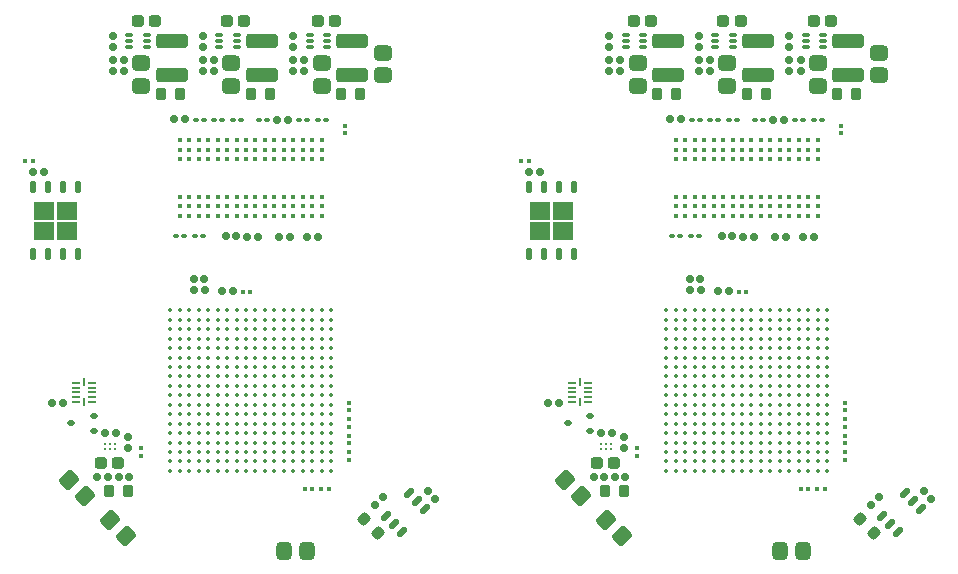
<source format=gbr>
G04*
G04 #@! TF.GenerationSoftware,Altium Limited,Altium Designer,22.4.2 (48)*
G04*
G04 Layer_Color=8421504*
%FSAX24Y24*%
%MOIN*%
G70*
G04*
G04 #@! TF.SameCoordinates,804BE6BC-564E-48D7-BD21-CB3B51F5BFA5*
G04*
G04*
G04 #@! TF.FilePolarity,Positive*
G04*
G01*
G75*
%ADD15C,0.0110*%
G04:AMPARAMS|DCode=16|XSize=39.4mil|YSize=35.4mil|CornerRadius=8.9mil|HoleSize=0mil|Usage=FLASHONLY|Rotation=90.000|XOffset=0mil|YOffset=0mil|HoleType=Round|Shape=RoundedRectangle|*
%AMROUNDEDRECTD16*
21,1,0.0394,0.0177,0,0,90.0*
21,1,0.0217,0.0354,0,0,90.0*
1,1,0.0177,0.0089,0.0108*
1,1,0.0177,0.0089,-0.0108*
1,1,0.0177,-0.0089,-0.0108*
1,1,0.0177,-0.0089,0.0108*
%
%ADD16ROUNDEDRECTD16*%
G04:AMPARAMS|DCode=17|XSize=39.4mil|YSize=35.4mil|CornerRadius=8.9mil|HoleSize=0mil|Usage=FLASHONLY|Rotation=225.000|XOffset=0mil|YOffset=0mil|HoleType=Round|Shape=RoundedRectangle|*
%AMROUNDEDRECTD17*
21,1,0.0394,0.0177,0,0,225.0*
21,1,0.0217,0.0354,0,0,225.0*
1,1,0.0177,-0.0139,-0.0014*
1,1,0.0177,0.0014,0.0139*
1,1,0.0177,0.0139,0.0014*
1,1,0.0177,-0.0014,-0.0139*
%
%ADD17ROUNDEDRECTD17*%
G04:AMPARAMS|DCode=18|XSize=107.1mil|YSize=48.4mil|CornerRadius=12.1mil|HoleSize=0mil|Usage=FLASHONLY|Rotation=0.000|XOffset=0mil|YOffset=0mil|HoleType=Round|Shape=RoundedRectangle|*
%AMROUNDEDRECTD18*
21,1,0.1071,0.0242,0,0,0.0*
21,1,0.0829,0.0484,0,0,0.0*
1,1,0.0242,0.0414,-0.0121*
1,1,0.0242,-0.0414,-0.0121*
1,1,0.0242,-0.0414,0.0121*
1,1,0.0242,0.0414,0.0121*
%
%ADD18ROUNDEDRECTD18*%
G04:AMPARAMS|DCode=19|XSize=59.1mil|YSize=51.2mil|CornerRadius=12.8mil|HoleSize=0mil|Usage=FLASHONLY|Rotation=0.000|XOffset=0mil|YOffset=0mil|HoleType=Round|Shape=RoundedRectangle|*
%AMROUNDEDRECTD19*
21,1,0.0591,0.0256,0,0,0.0*
21,1,0.0335,0.0512,0,0,0.0*
1,1,0.0256,0.0167,-0.0128*
1,1,0.0256,-0.0167,-0.0128*
1,1,0.0256,-0.0167,0.0128*
1,1,0.0256,0.0167,0.0128*
%
%ADD19ROUNDEDRECTD19*%
G04:AMPARAMS|DCode=20|XSize=37.4mil|YSize=41.3mil|CornerRadius=9.4mil|HoleSize=0mil|Usage=FLASHONLY|Rotation=270.000|XOffset=0mil|YOffset=0mil|HoleType=Round|Shape=RoundedRectangle|*
%AMROUNDEDRECTD20*
21,1,0.0374,0.0226,0,0,270.0*
21,1,0.0187,0.0413,0,0,270.0*
1,1,0.0187,-0.0113,-0.0094*
1,1,0.0187,-0.0113,0.0094*
1,1,0.0187,0.0113,0.0094*
1,1,0.0187,0.0113,-0.0094*
%
%ADD20ROUNDEDRECTD20*%
G04:AMPARAMS|DCode=21|XSize=59.1mil|YSize=51.2mil|CornerRadius=12.8mil|HoleSize=0mil|Usage=FLASHONLY|Rotation=45.000|XOffset=0mil|YOffset=0mil|HoleType=Round|Shape=RoundedRectangle|*
%AMROUNDEDRECTD21*
21,1,0.0591,0.0256,0,0,45.0*
21,1,0.0335,0.0512,0,0,45.0*
1,1,0.0256,0.0209,0.0028*
1,1,0.0256,-0.0028,-0.0209*
1,1,0.0256,-0.0209,-0.0028*
1,1,0.0256,0.0028,0.0209*
%
%ADD21ROUNDEDRECTD21*%
G04:AMPARAMS|DCode=22|XSize=59.1mil|YSize=51.2mil|CornerRadius=12.8mil|HoleSize=0mil|Usage=FLASHONLY|Rotation=90.000|XOffset=0mil|YOffset=0mil|HoleType=Round|Shape=RoundedRectangle|*
%AMROUNDEDRECTD22*
21,1,0.0591,0.0256,0,0,90.0*
21,1,0.0335,0.0512,0,0,90.0*
1,1,0.0256,0.0128,0.0167*
1,1,0.0256,0.0128,-0.0167*
1,1,0.0256,-0.0128,-0.0167*
1,1,0.0256,-0.0128,0.0167*
%
%ADD22ROUNDEDRECTD22*%
G04:AMPARAMS|DCode=23|XSize=23.6mil|YSize=23.6mil|CornerRadius=5.9mil|HoleSize=0mil|Usage=FLASHONLY|Rotation=270.000|XOffset=0mil|YOffset=0mil|HoleType=Round|Shape=RoundedRectangle|*
%AMROUNDEDRECTD23*
21,1,0.0236,0.0118,0,0,270.0*
21,1,0.0118,0.0236,0,0,270.0*
1,1,0.0118,-0.0059,-0.0059*
1,1,0.0118,-0.0059,0.0059*
1,1,0.0118,0.0059,0.0059*
1,1,0.0118,0.0059,-0.0059*
%
%ADD23ROUNDEDRECTD23*%
G04:AMPARAMS|DCode=24|XSize=23.6mil|YSize=23.6mil|CornerRadius=5.9mil|HoleSize=0mil|Usage=FLASHONLY|Rotation=0.000|XOffset=0mil|YOffset=0mil|HoleType=Round|Shape=RoundedRectangle|*
%AMROUNDEDRECTD24*
21,1,0.0236,0.0118,0,0,0.0*
21,1,0.0118,0.0236,0,0,0.0*
1,1,0.0118,0.0059,-0.0059*
1,1,0.0118,-0.0059,-0.0059*
1,1,0.0118,-0.0059,0.0059*
1,1,0.0118,0.0059,0.0059*
%
%ADD24ROUNDEDRECTD24*%
G04:AMPARAMS|DCode=25|XSize=25.2mil|YSize=25.2mil|CornerRadius=6.3mil|HoleSize=0mil|Usage=FLASHONLY|Rotation=0.000|XOffset=0mil|YOffset=0mil|HoleType=Round|Shape=RoundedRectangle|*
%AMROUNDEDRECTD25*
21,1,0.0252,0.0126,0,0,0.0*
21,1,0.0126,0.0252,0,0,0.0*
1,1,0.0126,0.0063,-0.0063*
1,1,0.0126,-0.0063,-0.0063*
1,1,0.0126,-0.0063,0.0063*
1,1,0.0126,0.0063,0.0063*
%
%ADD25ROUNDEDRECTD25*%
G04:AMPARAMS|DCode=26|XSize=25.2mil|YSize=25.2mil|CornerRadius=6.3mil|HoleSize=0mil|Usage=FLASHONLY|Rotation=270.000|XOffset=0mil|YOffset=0mil|HoleType=Round|Shape=RoundedRectangle|*
%AMROUNDEDRECTD26*
21,1,0.0252,0.0126,0,0,270.0*
21,1,0.0126,0.0252,0,0,270.0*
1,1,0.0126,-0.0063,-0.0063*
1,1,0.0126,-0.0063,0.0063*
1,1,0.0126,0.0063,0.0063*
1,1,0.0126,0.0063,-0.0063*
%
%ADD26ROUNDEDRECTD26*%
G04:AMPARAMS|DCode=27|XSize=25.2mil|YSize=25.2mil|CornerRadius=6.3mil|HoleSize=0mil|Usage=FLASHONLY|Rotation=315.000|XOffset=0mil|YOffset=0mil|HoleType=Round|Shape=RoundedRectangle|*
%AMROUNDEDRECTD27*
21,1,0.0252,0.0126,0,0,315.0*
21,1,0.0126,0.0252,0,0,315.0*
1,1,0.0126,0.0000,-0.0089*
1,1,0.0126,-0.0089,0.0000*
1,1,0.0126,0.0000,0.0089*
1,1,0.0126,0.0089,0.0000*
%
%ADD27ROUNDEDRECTD27*%
G04:AMPARAMS|DCode=28|XSize=25.2mil|YSize=25.2mil|CornerRadius=6.3mil|HoleSize=0mil|Usage=FLASHONLY|Rotation=225.000|XOffset=0mil|YOffset=0mil|HoleType=Round|Shape=RoundedRectangle|*
%AMROUNDEDRECTD28*
21,1,0.0252,0.0126,0,0,225.0*
21,1,0.0126,0.0252,0,0,225.0*
1,1,0.0126,-0.0089,0.0000*
1,1,0.0126,0.0000,0.0089*
1,1,0.0126,0.0089,0.0000*
1,1,0.0126,0.0000,-0.0089*
%
%ADD28ROUNDEDRECTD28*%
G04:AMPARAMS|DCode=29|XSize=13.8mil|YSize=15.7mil|CornerRadius=3.4mil|HoleSize=0mil|Usage=FLASHONLY|Rotation=270.000|XOffset=0mil|YOffset=0mil|HoleType=Round|Shape=RoundedRectangle|*
%AMROUNDEDRECTD29*
21,1,0.0138,0.0089,0,0,270.0*
21,1,0.0069,0.0157,0,0,270.0*
1,1,0.0069,-0.0044,-0.0034*
1,1,0.0069,-0.0044,0.0034*
1,1,0.0069,0.0044,0.0034*
1,1,0.0069,0.0044,-0.0034*
%
%ADD29ROUNDEDRECTD29*%
G04:AMPARAMS|DCode=30|XSize=13.8mil|YSize=15.7mil|CornerRadius=3.4mil|HoleSize=0mil|Usage=FLASHONLY|Rotation=180.000|XOffset=0mil|YOffset=0mil|HoleType=Round|Shape=RoundedRectangle|*
%AMROUNDEDRECTD30*
21,1,0.0138,0.0089,0,0,180.0*
21,1,0.0069,0.0157,0,0,180.0*
1,1,0.0069,-0.0034,0.0044*
1,1,0.0069,0.0034,0.0044*
1,1,0.0069,0.0034,-0.0044*
1,1,0.0069,-0.0034,-0.0044*
%
%ADD30ROUNDEDRECTD30*%
G04:AMPARAMS|DCode=31|XSize=16.5mil|YSize=18.1mil|CornerRadius=4.1mil|HoleSize=0mil|Usage=FLASHONLY|Rotation=270.000|XOffset=0mil|YOffset=0mil|HoleType=Round|Shape=RoundedRectangle|*
%AMROUNDEDRECTD31*
21,1,0.0165,0.0098,0,0,270.0*
21,1,0.0083,0.0181,0,0,270.0*
1,1,0.0083,-0.0049,-0.0041*
1,1,0.0083,-0.0049,0.0041*
1,1,0.0083,0.0049,0.0041*
1,1,0.0083,0.0049,-0.0041*
%
%ADD31ROUNDEDRECTD31*%
G04:AMPARAMS|DCode=32|XSize=11.8mil|YSize=26.4mil|CornerRadius=3mil|HoleSize=0mil|Usage=FLASHONLY|Rotation=270.000|XOffset=0mil|YOffset=0mil|HoleType=Round|Shape=RoundedRectangle|*
%AMROUNDEDRECTD32*
21,1,0.0118,0.0205,0,0,270.0*
21,1,0.0059,0.0264,0,0,270.0*
1,1,0.0059,-0.0102,-0.0030*
1,1,0.0059,-0.0102,0.0030*
1,1,0.0059,0.0102,0.0030*
1,1,0.0059,0.0102,-0.0030*
%
%ADD32ROUNDEDRECTD32*%
%ADD33C,0.0157*%
%ADD34C,0.0138*%
G04:AMPARAMS|DCode=35|XSize=21.7mil|YSize=39.4mil|CornerRadius=5.4mil|HoleSize=0mil|Usage=FLASHONLY|Rotation=135.000|XOffset=0mil|YOffset=0mil|HoleType=Round|Shape=RoundedRectangle|*
%AMROUNDEDRECTD35*
21,1,0.0217,0.0285,0,0,135.0*
21,1,0.0108,0.0394,0,0,135.0*
1,1,0.0108,0.0063,0.0139*
1,1,0.0108,0.0139,0.0063*
1,1,0.0108,-0.0063,-0.0139*
1,1,0.0108,-0.0139,-0.0063*
%
%ADD35ROUNDEDRECTD35*%
G04:AMPARAMS|DCode=36|XSize=18.5mil|YSize=23.6mil|CornerRadius=4.6mil|HoleSize=0mil|Usage=FLASHONLY|Rotation=90.000|XOffset=0mil|YOffset=0mil|HoleType=Round|Shape=RoundedRectangle|*
%AMROUNDEDRECTD36*
21,1,0.0185,0.0144,0,0,90.0*
21,1,0.0093,0.0236,0,0,90.0*
1,1,0.0093,0.0072,0.0046*
1,1,0.0093,0.0072,-0.0046*
1,1,0.0093,-0.0072,-0.0046*
1,1,0.0093,-0.0072,0.0046*
%
%ADD36ROUNDEDRECTD36*%
G04:AMPARAMS|DCode=37|XSize=7.9mil|YSize=27.6mil|CornerRadius=2mil|HoleSize=0mil|Usage=FLASHONLY|Rotation=180.000|XOffset=0mil|YOffset=0mil|HoleType=Round|Shape=RoundedRectangle|*
%AMROUNDEDRECTD37*
21,1,0.0079,0.0236,0,0,180.0*
21,1,0.0039,0.0276,0,0,180.0*
1,1,0.0039,-0.0020,0.0118*
1,1,0.0039,0.0020,0.0118*
1,1,0.0039,0.0020,-0.0118*
1,1,0.0039,-0.0020,-0.0118*
%
%ADD37ROUNDEDRECTD37*%
G04:AMPARAMS|DCode=38|XSize=7.9mil|YSize=27.6mil|CornerRadius=2mil|HoleSize=0mil|Usage=FLASHONLY|Rotation=270.000|XOffset=0mil|YOffset=0mil|HoleType=Round|Shape=RoundedRectangle|*
%AMROUNDEDRECTD38*
21,1,0.0079,0.0236,0,0,270.0*
21,1,0.0039,0.0276,0,0,270.0*
1,1,0.0039,-0.0118,-0.0020*
1,1,0.0039,-0.0118,0.0020*
1,1,0.0039,0.0118,0.0020*
1,1,0.0039,0.0118,-0.0020*
%
%ADD38ROUNDEDRECTD38*%
G04:AMPARAMS|DCode=39|XSize=17.7mil|YSize=41.3mil|CornerRadius=4.4mil|HoleSize=0mil|Usage=FLASHONLY|Rotation=180.000|XOffset=0mil|YOffset=0mil|HoleType=Round|Shape=RoundedRectangle|*
%AMROUNDEDRECTD39*
21,1,0.0177,0.0325,0,0,180.0*
21,1,0.0089,0.0413,0,0,180.0*
1,1,0.0089,-0.0044,0.0162*
1,1,0.0089,0.0044,0.0162*
1,1,0.0089,0.0044,-0.0162*
1,1,0.0089,-0.0044,-0.0162*
%
%ADD39ROUNDEDRECTD39*%
%ADD60R,0.0709X0.0591*%
%ADD61R,0.0709X0.0591*%
%ADD62R,0.0709X0.0591*%
%ADD63R,0.0709X0.0591*%
D15*
X007274Y008848D02*
D03*
Y008691D02*
D03*
X007116Y008848D02*
D03*
Y008691D02*
D03*
X006959Y008848D02*
D03*
Y008691D02*
D03*
X023809Y008848D02*
D03*
Y008691D02*
D03*
X023652Y008848D02*
D03*
Y008691D02*
D03*
X023494Y008848D02*
D03*
Y008691D02*
D03*
D16*
X008819Y020512D02*
D03*
X009449D02*
D03*
X007077Y007274D02*
D03*
X007707D02*
D03*
X011811Y020512D02*
D03*
X012441D02*
D03*
X014823D02*
D03*
X015453D02*
D03*
X025354D02*
D03*
X025984D02*
D03*
X023612Y007274D02*
D03*
X024242D02*
D03*
X028346Y020512D02*
D03*
X028976D02*
D03*
X031358D02*
D03*
X031988D02*
D03*
D17*
X016040Y005899D02*
D03*
X015594Y006345D02*
D03*
X032575Y005899D02*
D03*
X032130Y006345D02*
D03*
D18*
X012185Y022278D02*
D03*
Y021148D02*
D03*
X009193Y022278D02*
D03*
Y021148D02*
D03*
X015197Y022278D02*
D03*
Y021148D02*
D03*
X028720Y022278D02*
D03*
Y021148D02*
D03*
X025728Y022278D02*
D03*
Y021148D02*
D03*
X031732Y022278D02*
D03*
Y021148D02*
D03*
D19*
X008169Y020797D02*
D03*
Y021545D02*
D03*
X011161Y020797D02*
D03*
Y021545D02*
D03*
X016220Y021152D02*
D03*
Y021900D02*
D03*
X014173Y020797D02*
D03*
Y021545D02*
D03*
X024705Y020797D02*
D03*
Y021545D02*
D03*
X027697Y020797D02*
D03*
Y021545D02*
D03*
X032756Y021152D02*
D03*
Y021900D02*
D03*
X030709Y020797D02*
D03*
Y021545D02*
D03*
D20*
X007402Y008219D02*
D03*
X006831D02*
D03*
X014045Y022963D02*
D03*
X014616D02*
D03*
X011033Y022963D02*
D03*
X011604D02*
D03*
X008041D02*
D03*
X008612D02*
D03*
X023937Y008219D02*
D03*
X023366D02*
D03*
X030581Y022963D02*
D03*
X031152D02*
D03*
X027569Y022963D02*
D03*
X028140D02*
D03*
X024577D02*
D03*
X025148D02*
D03*
D21*
X006278Y007117D02*
D03*
X005749Y007646D02*
D03*
X007117Y006318D02*
D03*
X007646Y005789D02*
D03*
X022814Y007117D02*
D03*
X022285Y007646D02*
D03*
X023653Y006318D02*
D03*
X024182Y005789D02*
D03*
D22*
X013671Y005295D02*
D03*
X012923D02*
D03*
X030207D02*
D03*
X029459D02*
D03*
D23*
X007766Y007746D02*
D03*
X007411D02*
D03*
X007057D02*
D03*
X006703D02*
D03*
X009911Y014350D02*
D03*
X010266D02*
D03*
X011329Y015768D02*
D03*
X010974D02*
D03*
X010866Y013957D02*
D03*
X011220D02*
D03*
X012697Y019665D02*
D03*
X013051D02*
D03*
X024301Y007746D02*
D03*
X023947D02*
D03*
X023593D02*
D03*
X023238D02*
D03*
X026447Y014350D02*
D03*
X026801D02*
D03*
X027864Y015768D02*
D03*
X027510D02*
D03*
X027402Y013957D02*
D03*
X027756D02*
D03*
X029232Y019665D02*
D03*
X029587D02*
D03*
D24*
X007224Y022451D02*
D03*
Y022096D02*
D03*
Y021634D02*
D03*
Y021280D02*
D03*
X010217Y022451D02*
D03*
Y022096D02*
D03*
Y021634D02*
D03*
Y021280D02*
D03*
X013228Y022451D02*
D03*
Y022096D02*
D03*
X013228Y021634D02*
D03*
Y021280D02*
D03*
X023760Y022451D02*
D03*
Y022096D02*
D03*
Y021634D02*
D03*
Y021280D02*
D03*
X026752Y022451D02*
D03*
Y022096D02*
D03*
Y021634D02*
D03*
Y021280D02*
D03*
X029764Y022451D02*
D03*
Y022096D02*
D03*
X029764Y021634D02*
D03*
Y021280D02*
D03*
D25*
X007598Y021276D02*
D03*
Y021638D02*
D03*
X007707Y009079D02*
D03*
Y008717D02*
D03*
X010591Y021276D02*
D03*
Y021638D02*
D03*
X013602Y021276D02*
D03*
Y021638D02*
D03*
X024134Y021276D02*
D03*
Y021638D02*
D03*
X024242Y009079D02*
D03*
Y008717D02*
D03*
X027126Y021276D02*
D03*
Y021638D02*
D03*
X030138Y021276D02*
D03*
Y021638D02*
D03*
D26*
X006955Y009232D02*
D03*
X007317D02*
D03*
X010280Y013976D02*
D03*
X009917D02*
D03*
X013124Y015748D02*
D03*
X012762D02*
D03*
X012061D02*
D03*
X011699D02*
D03*
X013677D02*
D03*
X014039D02*
D03*
X009268Y019685D02*
D03*
X009630D02*
D03*
X004915Y017913D02*
D03*
X004553D02*
D03*
X005193Y010207D02*
D03*
X005555D02*
D03*
X023490Y009232D02*
D03*
X023852D02*
D03*
X026815Y013976D02*
D03*
X026453D02*
D03*
X029659Y015748D02*
D03*
X029297D02*
D03*
X028596D02*
D03*
X028234D02*
D03*
X030213D02*
D03*
X030575D02*
D03*
X025803Y019685D02*
D03*
X026165D02*
D03*
X021451Y017913D02*
D03*
X021089D02*
D03*
X021728Y010207D02*
D03*
X022091D02*
D03*
D27*
X015956Y006829D02*
D03*
X016212Y007085D02*
D03*
X032491Y006829D02*
D03*
X032747Y007085D02*
D03*
D28*
X017705Y007273D02*
D03*
X017961Y007017D02*
D03*
X034240Y007273D02*
D03*
X034496Y007017D02*
D03*
D29*
X011545Y013917D02*
D03*
X011801D02*
D03*
X004557Y018287D02*
D03*
X004301D02*
D03*
X013868Y007343D02*
D03*
X013612D02*
D03*
X014419D02*
D03*
X014163D02*
D03*
X028081Y013917D02*
D03*
X028337D02*
D03*
X021093Y018287D02*
D03*
X020837D02*
D03*
X030404Y007343D02*
D03*
X030148D02*
D03*
X030955D02*
D03*
X030699D02*
D03*
D30*
X014941Y019459D02*
D03*
Y019203D02*
D03*
X008150Y008711D02*
D03*
Y008455D02*
D03*
X015098Y008573D02*
D03*
Y008317D02*
D03*
Y009124D02*
D03*
Y008868D02*
D03*
Y010226D02*
D03*
Y009970D02*
D03*
Y009675D02*
D03*
Y009419D02*
D03*
X031476Y019459D02*
D03*
Y019203D02*
D03*
X024685Y008711D02*
D03*
Y008455D02*
D03*
X031634Y008573D02*
D03*
Y008317D02*
D03*
Y009124D02*
D03*
Y008868D02*
D03*
Y010226D02*
D03*
Y009970D02*
D03*
Y009675D02*
D03*
Y009419D02*
D03*
D31*
X014039Y019646D02*
D03*
X014307D02*
D03*
X013409D02*
D03*
X013677D02*
D03*
X009305Y015787D02*
D03*
X009573D02*
D03*
X009984Y019646D02*
D03*
X010252D02*
D03*
X012339D02*
D03*
X012071D02*
D03*
X011472D02*
D03*
X011205D02*
D03*
X010843D02*
D03*
X010575D02*
D03*
X009945Y015787D02*
D03*
X010213D02*
D03*
X030575Y019646D02*
D03*
X030843D02*
D03*
X029945D02*
D03*
X030213D02*
D03*
X025841Y015787D02*
D03*
X026108D02*
D03*
X026520Y019646D02*
D03*
X026787D02*
D03*
X028874D02*
D03*
X028606D02*
D03*
X028008D02*
D03*
X027740D02*
D03*
X027378D02*
D03*
X027110D02*
D03*
X026480Y015787D02*
D03*
X026748D02*
D03*
D32*
X014356Y022274D02*
D03*
Y022470D02*
D03*
Y022077D02*
D03*
X013774Y022274D02*
D03*
Y022470D02*
D03*
Y022077D02*
D03*
X011344Y022274D02*
D03*
Y022470D02*
D03*
Y022077D02*
D03*
X010762Y022274D02*
D03*
Y022470D02*
D03*
Y022077D02*
D03*
X008352Y022274D02*
D03*
Y022470D02*
D03*
Y022077D02*
D03*
X007770Y022274D02*
D03*
Y022470D02*
D03*
Y022077D02*
D03*
X030892Y022274D02*
D03*
Y022470D02*
D03*
Y022077D02*
D03*
X030309Y022274D02*
D03*
Y022470D02*
D03*
Y022077D02*
D03*
X027880Y022274D02*
D03*
Y022470D02*
D03*
Y022077D02*
D03*
X027297Y022274D02*
D03*
Y022470D02*
D03*
Y022077D02*
D03*
X024888Y022274D02*
D03*
Y022470D02*
D03*
Y022077D02*
D03*
X024305Y022274D02*
D03*
Y022470D02*
D03*
Y022077D02*
D03*
D33*
X013858Y018976D02*
D03*
X013543D02*
D03*
X014173D02*
D03*
X013543Y018661D02*
D03*
X013228Y018976D02*
D03*
X012913D02*
D03*
X013228Y018661D02*
D03*
X012913D02*
D03*
X014173D02*
D03*
X013858D02*
D03*
X014173Y018346D02*
D03*
X013858D02*
D03*
X013228D02*
D03*
X012913D02*
D03*
X013543D02*
D03*
X012598Y018976D02*
D03*
X012283D02*
D03*
Y018661D02*
D03*
X011969D02*
D03*
Y018976D02*
D03*
X011654D02*
D03*
Y018661D02*
D03*
X012598D02*
D03*
X011969Y018346D02*
D03*
X012598D02*
D03*
X012283D02*
D03*
X011654D02*
D03*
X014173Y017087D02*
D03*
X013543D02*
D03*
X013228D02*
D03*
X013858D02*
D03*
X013228Y016772D02*
D03*
X014173D02*
D03*
X013858D02*
D03*
X014173Y016457D02*
D03*
X013858D02*
D03*
X013543Y016772D02*
D03*
X013228Y016457D02*
D03*
X013543D02*
D03*
X012598Y017087D02*
D03*
X012283D02*
D03*
X012913D02*
D03*
X012283Y016772D02*
D03*
X011969Y017087D02*
D03*
X011654Y016772D02*
D03*
X011969D02*
D03*
X012913D02*
D03*
X012598D02*
D03*
X012913Y016457D02*
D03*
X012598D02*
D03*
X011969D02*
D03*
X011654D02*
D03*
X012283D02*
D03*
X011339Y018976D02*
D03*
X011024D02*
D03*
Y018661D02*
D03*
X010709D02*
D03*
Y018976D02*
D03*
X011339Y018661D02*
D03*
X011024Y018346D02*
D03*
X011654Y017087D02*
D03*
X011339Y018346D02*
D03*
X010709D02*
D03*
X010394D02*
D03*
Y018976D02*
D03*
X010079D02*
D03*
Y018661D02*
D03*
X009764D02*
D03*
Y018976D02*
D03*
X009449D02*
D03*
Y018661D02*
D03*
X010394D02*
D03*
X010079Y018346D02*
D03*
Y017087D02*
D03*
X009764D02*
D03*
Y018346D02*
D03*
X009449D02*
D03*
Y017087D02*
D03*
X011339D02*
D03*
X011024D02*
D03*
X011339Y016772D02*
D03*
X011024D02*
D03*
X010709Y017087D02*
D03*
X010394Y016772D02*
D03*
X010709D02*
D03*
Y016457D02*
D03*
X010394D02*
D03*
X011339D02*
D03*
X011024D02*
D03*
X010394Y017087D02*
D03*
X009449Y016772D02*
D03*
X010079D02*
D03*
X009764D02*
D03*
Y016457D02*
D03*
X009449D02*
D03*
X010079D02*
D03*
X030394Y018976D02*
D03*
X030079D02*
D03*
X030709D02*
D03*
X030079Y018661D02*
D03*
X029764Y018976D02*
D03*
X029449D02*
D03*
X029764Y018661D02*
D03*
X029449D02*
D03*
X030709D02*
D03*
X030394D02*
D03*
X030709Y018346D02*
D03*
X030394D02*
D03*
X029764D02*
D03*
X029449D02*
D03*
X030079D02*
D03*
X029134Y018976D02*
D03*
X028819D02*
D03*
Y018661D02*
D03*
X028504D02*
D03*
Y018976D02*
D03*
X028189D02*
D03*
Y018661D02*
D03*
X029134D02*
D03*
X028504Y018346D02*
D03*
X029134D02*
D03*
X028819D02*
D03*
X028189D02*
D03*
X030709Y017087D02*
D03*
X030079D02*
D03*
X029764D02*
D03*
X030394D02*
D03*
X029764Y016772D02*
D03*
X030709D02*
D03*
X030394D02*
D03*
X030709Y016457D02*
D03*
X030394D02*
D03*
X030079Y016772D02*
D03*
X029764Y016457D02*
D03*
X030079D02*
D03*
X029134Y017087D02*
D03*
X028819D02*
D03*
X029449D02*
D03*
X028819Y016772D02*
D03*
X028504Y017087D02*
D03*
X028189Y016772D02*
D03*
X028504D02*
D03*
X029449D02*
D03*
X029134D02*
D03*
X029449Y016457D02*
D03*
X029134D02*
D03*
X028504D02*
D03*
X028189D02*
D03*
X028819D02*
D03*
X027874Y018976D02*
D03*
X027559D02*
D03*
Y018661D02*
D03*
X027244D02*
D03*
Y018976D02*
D03*
X027874Y018661D02*
D03*
X027559Y018346D02*
D03*
X028189Y017087D02*
D03*
X027874Y018346D02*
D03*
X027244D02*
D03*
X026929D02*
D03*
Y018976D02*
D03*
X026614D02*
D03*
Y018661D02*
D03*
X026299D02*
D03*
Y018976D02*
D03*
X025984D02*
D03*
Y018661D02*
D03*
X026929D02*
D03*
X026614Y018346D02*
D03*
Y017087D02*
D03*
X026299D02*
D03*
Y018346D02*
D03*
X025984D02*
D03*
Y017087D02*
D03*
X027874D02*
D03*
X027559D02*
D03*
X027874Y016772D02*
D03*
X027559D02*
D03*
X027244Y017087D02*
D03*
X026929Y016772D02*
D03*
X027244D02*
D03*
Y016457D02*
D03*
X026929D02*
D03*
X027874D02*
D03*
X027559D02*
D03*
X026929Y017087D02*
D03*
X025984Y016772D02*
D03*
X026614D02*
D03*
X026299D02*
D03*
Y016457D02*
D03*
X025984D02*
D03*
X026614D02*
D03*
D34*
X014488Y012992D02*
D03*
Y013307D02*
D03*
Y012677D02*
D03*
X014173Y012992D02*
D03*
Y013307D02*
D03*
Y012677D02*
D03*
X014488Y012362D02*
D03*
X014173D02*
D03*
Y012047D02*
D03*
X013858Y012362D02*
D03*
Y012047D02*
D03*
Y013307D02*
D03*
X013543Y012992D02*
D03*
X013858D02*
D03*
X013543Y013307D02*
D03*
X013228Y012992D02*
D03*
Y012677D02*
D03*
X013858D02*
D03*
X013543Y012362D02*
D03*
Y012047D02*
D03*
Y012677D02*
D03*
X013228Y012362D02*
D03*
X014488Y011732D02*
D03*
Y012047D02*
D03*
Y011417D02*
D03*
X014173D02*
D03*
Y011732D02*
D03*
X013858Y011102D02*
D03*
X014488D02*
D03*
X014173Y010787D02*
D03*
X014488D02*
D03*
X014173Y011102D02*
D03*
X013858Y010787D02*
D03*
Y011732D02*
D03*
X013543D02*
D03*
Y011417D02*
D03*
X013228Y011732D02*
D03*
Y011417D02*
D03*
X013858D02*
D03*
X013543Y011102D02*
D03*
Y010787D02*
D03*
X013228Y011102D02*
D03*
Y010787D02*
D03*
Y013307D02*
D03*
X012913D02*
D03*
Y012992D02*
D03*
X012598D02*
D03*
Y013307D02*
D03*
Y012677D02*
D03*
X012913Y012362D02*
D03*
Y012677D02*
D03*
X013228Y012047D02*
D03*
X012598Y012362D02*
D03*
X012283Y012047D02*
D03*
Y013307D02*
D03*
X011969Y012992D02*
D03*
X012283D02*
D03*
X011969Y013307D02*
D03*
X011654D02*
D03*
Y012992D02*
D03*
X012283Y012677D02*
D03*
X011969Y012362D02*
D03*
X012283D02*
D03*
X011654Y012677D02*
D03*
X011969D02*
D03*
X012913Y011732D02*
D03*
Y012047D02*
D03*
Y011417D02*
D03*
X012598Y011732D02*
D03*
Y012047D02*
D03*
Y011417D02*
D03*
X012913Y011102D02*
D03*
X012598Y010787D02*
D03*
X012913D02*
D03*
X012598Y011102D02*
D03*
X012283Y010787D02*
D03*
Y011732D02*
D03*
X011969Y011417D02*
D03*
X012283D02*
D03*
X011969Y012047D02*
D03*
Y011732D02*
D03*
X012283Y011102D02*
D03*
X011969D02*
D03*
Y010787D02*
D03*
X011654Y011102D02*
D03*
X014488Y010157D02*
D03*
Y010472D02*
D03*
Y009843D02*
D03*
X014173D02*
D03*
Y010157D02*
D03*
Y009528D02*
D03*
X014488D02*
D03*
X014173Y009213D02*
D03*
Y010472D02*
D03*
X013858D02*
D03*
Y010157D02*
D03*
X013543D02*
D03*
Y010472D02*
D03*
Y009843D02*
D03*
X013858Y009528D02*
D03*
Y009843D02*
D03*
X013543Y009213D02*
D03*
Y009528D02*
D03*
X013228Y009213D02*
D03*
X014488Y008898D02*
D03*
Y009213D02*
D03*
Y008583D02*
D03*
X014173D02*
D03*
Y008898D02*
D03*
X013858Y008268D02*
D03*
X014488D02*
D03*
X014173Y007953D02*
D03*
X014488D02*
D03*
X014173Y008268D02*
D03*
X013858Y007953D02*
D03*
Y008898D02*
D03*
Y009213D02*
D03*
X013543Y008583D02*
D03*
X013228Y008898D02*
D03*
X013543D02*
D03*
X013858Y008583D02*
D03*
X013543Y008268D02*
D03*
Y007953D02*
D03*
X013228Y008268D02*
D03*
Y007953D02*
D03*
Y010472D02*
D03*
X012913Y010157D02*
D03*
X013228D02*
D03*
X012913Y010472D02*
D03*
X012598Y010157D02*
D03*
Y009843D02*
D03*
X013228D02*
D03*
X012913Y009528D02*
D03*
X013228D02*
D03*
X012913Y009843D02*
D03*
X012598Y009528D02*
D03*
Y010472D02*
D03*
X012283D02*
D03*
X011969Y010157D02*
D03*
Y010472D02*
D03*
X011654Y010157D02*
D03*
X012283Y009843D02*
D03*
Y010157D02*
D03*
Y009528D02*
D03*
X011969Y009843D02*
D03*
Y009528D02*
D03*
X012913Y008898D02*
D03*
Y009213D02*
D03*
Y008583D02*
D03*
X012598Y008898D02*
D03*
Y009213D02*
D03*
Y008583D02*
D03*
X013228D02*
D03*
X012913Y008268D02*
D03*
Y007953D02*
D03*
X012598Y008268D02*
D03*
Y007953D02*
D03*
X012283Y008898D02*
D03*
Y009213D02*
D03*
X011969Y008583D02*
D03*
Y009213D02*
D03*
Y008898D02*
D03*
X012283Y008268D02*
D03*
Y008583D02*
D03*
Y007953D02*
D03*
X011969Y008268D02*
D03*
Y007953D02*
D03*
X011339Y012992D02*
D03*
Y013307D02*
D03*
Y012677D02*
D03*
X011024Y012992D02*
D03*
Y013307D02*
D03*
Y012677D02*
D03*
X011654Y012362D02*
D03*
X011339D02*
D03*
Y012047D02*
D03*
X011024Y012362D02*
D03*
Y012047D02*
D03*
X010709Y013307D02*
D03*
X010394Y012992D02*
D03*
X010709D02*
D03*
Y012362D02*
D03*
Y012677D02*
D03*
Y012047D02*
D03*
X010394Y012362D02*
D03*
Y012047D02*
D03*
X011654Y011732D02*
D03*
Y012047D02*
D03*
Y011417D02*
D03*
X011339D02*
D03*
Y011732D02*
D03*
Y011102D02*
D03*
X011654Y010787D02*
D03*
X011339D02*
D03*
Y010472D02*
D03*
X011024Y010787D02*
D03*
Y010472D02*
D03*
Y011732D02*
D03*
X010709Y011417D02*
D03*
X011024D02*
D03*
X010709Y011732D02*
D03*
X010394Y011417D02*
D03*
X011024Y011102D02*
D03*
X010709D02*
D03*
Y010787D02*
D03*
X010394Y011102D02*
D03*
Y010787D02*
D03*
Y013307D02*
D03*
X010079Y012992D02*
D03*
Y012677D02*
D03*
Y013307D02*
D03*
X009764Y012992D02*
D03*
Y012677D02*
D03*
X010394D02*
D03*
X010079Y012362D02*
D03*
Y012047D02*
D03*
X009764Y012362D02*
D03*
Y012047D02*
D03*
Y013307D02*
D03*
X009449D02*
D03*
Y012992D02*
D03*
X009134D02*
D03*
Y013307D02*
D03*
Y012677D02*
D03*
X009449Y012362D02*
D03*
Y012677D02*
D03*
Y012047D02*
D03*
X009134Y012362D02*
D03*
Y012047D02*
D03*
X010394Y011732D02*
D03*
X010079Y011417D02*
D03*
Y011102D02*
D03*
Y011732D02*
D03*
X009764Y011417D02*
D03*
Y011102D02*
D03*
X010079Y010472D02*
D03*
Y010787D02*
D03*
X010394Y010472D02*
D03*
X009764Y010787D02*
D03*
Y010472D02*
D03*
Y011732D02*
D03*
X009449D02*
D03*
Y011417D02*
D03*
X009134Y011732D02*
D03*
Y011417D02*
D03*
X009449Y010787D02*
D03*
Y011102D02*
D03*
Y010472D02*
D03*
X009134Y011102D02*
D03*
Y010787D02*
D03*
X011654Y009843D02*
D03*
Y010472D02*
D03*
Y009528D02*
D03*
X011339Y009843D02*
D03*
Y010157D02*
D03*
Y009528D02*
D03*
X011654Y009213D02*
D03*
X011339Y008898D02*
D03*
X011024Y009213D02*
D03*
X011339D02*
D03*
X011024Y010157D02*
D03*
X010709Y009843D02*
D03*
X011024D02*
D03*
X010709Y010157D02*
D03*
Y010472D02*
D03*
X010394Y009528D02*
D03*
X011024D02*
D03*
X010709Y009213D02*
D03*
Y009528D02*
D03*
X010394Y008898D02*
D03*
X011654D02*
D03*
X011339Y008583D02*
D03*
X011654D02*
D03*
X011024D02*
D03*
Y008898D02*
D03*
Y008268D02*
D03*
X011654D02*
D03*
X011339Y007953D02*
D03*
X011654D02*
D03*
X011339Y008268D02*
D03*
X011024Y007953D02*
D03*
X010709Y008583D02*
D03*
Y008898D02*
D03*
Y008268D02*
D03*
X010394Y008583D02*
D03*
Y008268D02*
D03*
Y007953D02*
D03*
X010709D02*
D03*
X010394Y010157D02*
D03*
X010079Y009843D02*
D03*
X010394D02*
D03*
X010079Y010157D02*
D03*
X009764D02*
D03*
Y009843D02*
D03*
X010079Y009528D02*
D03*
X009764Y009213D02*
D03*
X010079D02*
D03*
X009764Y009528D02*
D03*
X009449Y009213D02*
D03*
Y009843D02*
D03*
Y010157D02*
D03*
X009134Y009528D02*
D03*
Y010157D02*
D03*
Y010472D02*
D03*
Y009843D02*
D03*
X009449Y009528D02*
D03*
X009134Y009213D02*
D03*
X010394D02*
D03*
X010079Y008898D02*
D03*
Y008583D02*
D03*
X009764D02*
D03*
Y008898D02*
D03*
X009449Y008268D02*
D03*
X010079D02*
D03*
X009764Y007953D02*
D03*
X010079D02*
D03*
X009764Y008268D02*
D03*
X009449Y007953D02*
D03*
Y008583D02*
D03*
Y008898D02*
D03*
X009134Y008268D02*
D03*
Y008898D02*
D03*
Y008583D02*
D03*
Y007953D02*
D03*
X031024Y012992D02*
D03*
Y013307D02*
D03*
Y012677D02*
D03*
X030709Y012992D02*
D03*
Y013307D02*
D03*
Y012677D02*
D03*
X031024Y012362D02*
D03*
X030709D02*
D03*
Y012047D02*
D03*
X030394Y012362D02*
D03*
Y012047D02*
D03*
Y013307D02*
D03*
X030079Y012992D02*
D03*
X030394D02*
D03*
X030079Y013307D02*
D03*
X029764Y012992D02*
D03*
Y012677D02*
D03*
X030394D02*
D03*
X030079Y012362D02*
D03*
Y012047D02*
D03*
Y012677D02*
D03*
X029764Y012362D02*
D03*
X031024Y011732D02*
D03*
Y012047D02*
D03*
Y011417D02*
D03*
X030709D02*
D03*
Y011732D02*
D03*
X030394Y011102D02*
D03*
X031024D02*
D03*
X030709Y010787D02*
D03*
X031024D02*
D03*
X030709Y011102D02*
D03*
X030394Y010787D02*
D03*
Y011732D02*
D03*
X030079D02*
D03*
Y011417D02*
D03*
X029764Y011732D02*
D03*
Y011417D02*
D03*
X030394D02*
D03*
X030079Y011102D02*
D03*
Y010787D02*
D03*
X029764Y011102D02*
D03*
Y010787D02*
D03*
Y013307D02*
D03*
X029449D02*
D03*
Y012992D02*
D03*
X029134D02*
D03*
Y013307D02*
D03*
Y012677D02*
D03*
X029449Y012362D02*
D03*
Y012677D02*
D03*
X029764Y012047D02*
D03*
X029134Y012362D02*
D03*
X028819Y012047D02*
D03*
Y013307D02*
D03*
X028504Y012992D02*
D03*
X028819D02*
D03*
X028504Y013307D02*
D03*
X028189D02*
D03*
Y012992D02*
D03*
X028819Y012677D02*
D03*
X028504Y012362D02*
D03*
X028819D02*
D03*
X028189Y012677D02*
D03*
X028504D02*
D03*
X029449Y011732D02*
D03*
Y012047D02*
D03*
Y011417D02*
D03*
X029134Y011732D02*
D03*
Y012047D02*
D03*
Y011417D02*
D03*
X029449Y011102D02*
D03*
X029134Y010787D02*
D03*
X029449D02*
D03*
X029134Y011102D02*
D03*
X028819Y010787D02*
D03*
Y011732D02*
D03*
X028504Y011417D02*
D03*
X028819D02*
D03*
X028504Y012047D02*
D03*
Y011732D02*
D03*
X028819Y011102D02*
D03*
X028504D02*
D03*
Y010787D02*
D03*
X028189Y011102D02*
D03*
X031024Y010157D02*
D03*
Y010472D02*
D03*
Y009843D02*
D03*
X030709D02*
D03*
Y010157D02*
D03*
Y009528D02*
D03*
X031024D02*
D03*
X030709Y009213D02*
D03*
Y010472D02*
D03*
X030394D02*
D03*
Y010157D02*
D03*
X030079D02*
D03*
Y010472D02*
D03*
Y009843D02*
D03*
X030394Y009528D02*
D03*
Y009843D02*
D03*
X030079Y009213D02*
D03*
Y009528D02*
D03*
X029764Y009213D02*
D03*
X031024Y008898D02*
D03*
Y009213D02*
D03*
Y008583D02*
D03*
X030709D02*
D03*
Y008898D02*
D03*
X030394Y008268D02*
D03*
X031024D02*
D03*
X030709Y007953D02*
D03*
X031024D02*
D03*
X030709Y008268D02*
D03*
X030394Y007953D02*
D03*
Y008898D02*
D03*
Y009213D02*
D03*
X030079Y008583D02*
D03*
X029764Y008898D02*
D03*
X030079D02*
D03*
X030394Y008583D02*
D03*
X030079Y008268D02*
D03*
Y007953D02*
D03*
X029764Y008268D02*
D03*
Y007953D02*
D03*
Y010472D02*
D03*
X029449Y010157D02*
D03*
X029764D02*
D03*
X029449Y010472D02*
D03*
X029134Y010157D02*
D03*
Y009843D02*
D03*
X029764D02*
D03*
X029449Y009528D02*
D03*
X029764D02*
D03*
X029449Y009843D02*
D03*
X029134Y009528D02*
D03*
Y010472D02*
D03*
X028819D02*
D03*
X028504Y010157D02*
D03*
Y010472D02*
D03*
X028189Y010157D02*
D03*
X028819Y009843D02*
D03*
Y010157D02*
D03*
Y009528D02*
D03*
X028504Y009843D02*
D03*
Y009528D02*
D03*
X029449Y008898D02*
D03*
Y009213D02*
D03*
Y008583D02*
D03*
X029134Y008898D02*
D03*
Y009213D02*
D03*
Y008583D02*
D03*
X029764D02*
D03*
X029449Y008268D02*
D03*
Y007953D02*
D03*
X029134Y008268D02*
D03*
Y007953D02*
D03*
X028819Y008898D02*
D03*
Y009213D02*
D03*
X028504Y008583D02*
D03*
Y009213D02*
D03*
Y008898D02*
D03*
X028819Y008268D02*
D03*
Y008583D02*
D03*
Y007953D02*
D03*
X028504Y008268D02*
D03*
Y007953D02*
D03*
X027874Y012992D02*
D03*
Y013307D02*
D03*
Y012677D02*
D03*
X027559Y012992D02*
D03*
Y013307D02*
D03*
Y012677D02*
D03*
X028189Y012362D02*
D03*
X027874D02*
D03*
Y012047D02*
D03*
X027559Y012362D02*
D03*
Y012047D02*
D03*
X027244Y013307D02*
D03*
X026929Y012992D02*
D03*
X027244D02*
D03*
Y012362D02*
D03*
Y012677D02*
D03*
Y012047D02*
D03*
X026929Y012362D02*
D03*
Y012047D02*
D03*
X028189Y011732D02*
D03*
Y012047D02*
D03*
Y011417D02*
D03*
X027874D02*
D03*
Y011732D02*
D03*
Y011102D02*
D03*
X028189Y010787D02*
D03*
X027874D02*
D03*
Y010472D02*
D03*
X027559Y010787D02*
D03*
Y010472D02*
D03*
Y011732D02*
D03*
X027244Y011417D02*
D03*
X027559D02*
D03*
X027244Y011732D02*
D03*
X026929Y011417D02*
D03*
X027559Y011102D02*
D03*
X027244D02*
D03*
Y010787D02*
D03*
X026929Y011102D02*
D03*
Y010787D02*
D03*
Y013307D02*
D03*
X026614Y012992D02*
D03*
Y012677D02*
D03*
Y013307D02*
D03*
X026299Y012992D02*
D03*
Y012677D02*
D03*
X026929D02*
D03*
X026614Y012362D02*
D03*
Y012047D02*
D03*
X026299Y012362D02*
D03*
Y012047D02*
D03*
Y013307D02*
D03*
X025984D02*
D03*
Y012992D02*
D03*
X025669D02*
D03*
Y013307D02*
D03*
Y012677D02*
D03*
X025984Y012362D02*
D03*
Y012677D02*
D03*
Y012047D02*
D03*
X025669Y012362D02*
D03*
Y012047D02*
D03*
X026929Y011732D02*
D03*
X026614Y011417D02*
D03*
Y011102D02*
D03*
Y011732D02*
D03*
X026299Y011417D02*
D03*
Y011102D02*
D03*
X026614Y010472D02*
D03*
Y010787D02*
D03*
X026929Y010472D02*
D03*
X026299Y010787D02*
D03*
Y010472D02*
D03*
Y011732D02*
D03*
X025984D02*
D03*
Y011417D02*
D03*
X025669Y011732D02*
D03*
Y011417D02*
D03*
X025984Y010787D02*
D03*
Y011102D02*
D03*
Y010472D02*
D03*
X025669Y011102D02*
D03*
Y010787D02*
D03*
X028189Y009843D02*
D03*
Y010472D02*
D03*
Y009528D02*
D03*
X027874Y009843D02*
D03*
Y010157D02*
D03*
Y009528D02*
D03*
X028189Y009213D02*
D03*
X027874Y008898D02*
D03*
X027559Y009213D02*
D03*
X027874D02*
D03*
X027559Y010157D02*
D03*
X027244Y009843D02*
D03*
X027559D02*
D03*
X027244Y010157D02*
D03*
Y010472D02*
D03*
X026929Y009528D02*
D03*
X027559D02*
D03*
X027244Y009213D02*
D03*
Y009528D02*
D03*
X026929Y008898D02*
D03*
X028189D02*
D03*
X027874Y008583D02*
D03*
X028189D02*
D03*
X027559D02*
D03*
Y008898D02*
D03*
Y008268D02*
D03*
X028189D02*
D03*
X027874Y007953D02*
D03*
X028189D02*
D03*
X027874Y008268D02*
D03*
X027559Y007953D02*
D03*
X027244Y008583D02*
D03*
Y008898D02*
D03*
Y008268D02*
D03*
X026929Y008583D02*
D03*
Y008268D02*
D03*
Y007953D02*
D03*
X027244D02*
D03*
X026929Y010157D02*
D03*
X026614Y009843D02*
D03*
X026929D02*
D03*
X026614Y010157D02*
D03*
X026299D02*
D03*
Y009843D02*
D03*
X026614Y009528D02*
D03*
X026299Y009213D02*
D03*
X026614D02*
D03*
X026299Y009528D02*
D03*
X025984Y009213D02*
D03*
Y009843D02*
D03*
Y010157D02*
D03*
X025669Y009528D02*
D03*
Y010157D02*
D03*
Y010472D02*
D03*
Y009843D02*
D03*
X025984Y009528D02*
D03*
X025669Y009213D02*
D03*
X026929D02*
D03*
X026614Y008898D02*
D03*
Y008583D02*
D03*
X026299D02*
D03*
Y008898D02*
D03*
X025984Y008268D02*
D03*
X026614D02*
D03*
X026299Y007953D02*
D03*
X026614D02*
D03*
X026299Y008268D02*
D03*
X025984Y007953D02*
D03*
Y008583D02*
D03*
Y008898D02*
D03*
X025669Y008268D02*
D03*
Y008898D02*
D03*
Y008583D02*
D03*
Y007953D02*
D03*
D35*
X017346Y006937D02*
D03*
X017610Y006672D02*
D03*
X017081Y007201D02*
D03*
X016858Y005920D02*
D03*
X016329Y006449D02*
D03*
X016594Y006185D02*
D03*
X033881Y006937D02*
D03*
X034146Y006672D02*
D03*
X033617Y007201D02*
D03*
X033394Y005920D02*
D03*
X032865Y006449D02*
D03*
X033129Y006185D02*
D03*
D36*
X006585Y009793D02*
D03*
Y009281D02*
D03*
X005837Y009537D02*
D03*
X023120Y009793D02*
D03*
Y009281D02*
D03*
X022372Y009537D02*
D03*
D37*
X006250Y010236D02*
D03*
Y010906D02*
D03*
X022785Y010236D02*
D03*
Y010906D02*
D03*
D38*
X005974Y010256D02*
D03*
Y010413D02*
D03*
Y010571D02*
D03*
Y010728D02*
D03*
Y010886D02*
D03*
X006526D02*
D03*
Y010728D02*
D03*
Y010571D02*
D03*
Y010413D02*
D03*
Y010256D02*
D03*
X022510D02*
D03*
Y010413D02*
D03*
Y010571D02*
D03*
Y010728D02*
D03*
Y010886D02*
D03*
X023061D02*
D03*
Y010728D02*
D03*
Y010571D02*
D03*
Y010413D02*
D03*
Y010256D02*
D03*
D39*
X006049Y017407D02*
D03*
X005549D02*
D03*
X005049D02*
D03*
X006049Y015187D02*
D03*
X005549D02*
D03*
X005049D02*
D03*
X004549Y017407D02*
D03*
Y015187D02*
D03*
X022585Y017407D02*
D03*
X022085D02*
D03*
X021585D02*
D03*
X022585Y015187D02*
D03*
X022085D02*
D03*
X021585D02*
D03*
X021085Y017407D02*
D03*
Y015187D02*
D03*
D60*
X005693Y016632D02*
D03*
X022228D02*
D03*
D61*
X004906Y016632D02*
D03*
X021441D02*
D03*
D62*
X005693Y015963D02*
D03*
X022228D02*
D03*
D63*
X004906Y015963D02*
D03*
X021441D02*
D03*
M02*

</source>
